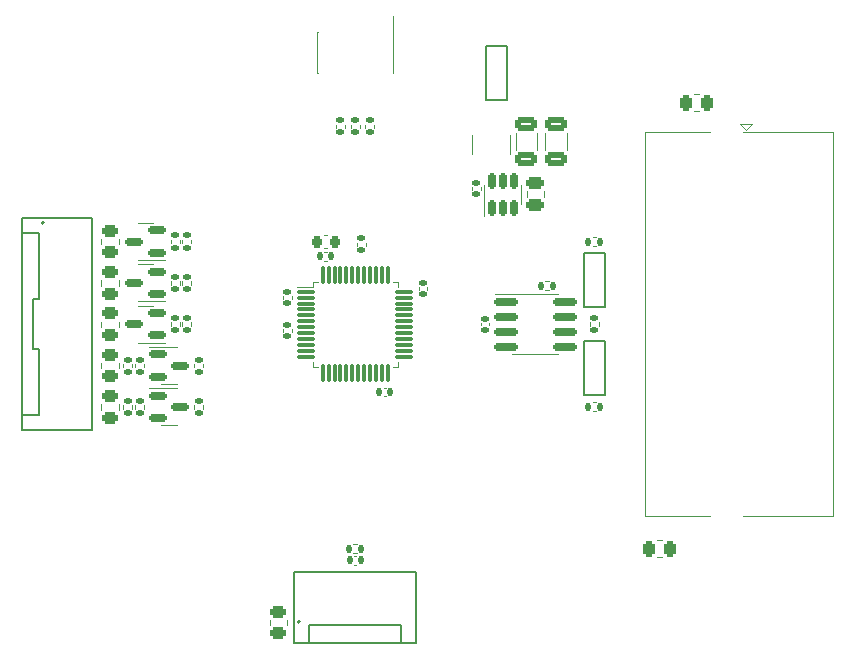
<source format=gbr>
%TF.GenerationSoftware,KiCad,Pcbnew,(6.0.1-0)*%
%TF.CreationDate,2022-12-13T14:32:30+01:00*%
%TF.ProjectId,CAN_Steppermodul,43414e5f-5374-4657-9070-65726d6f6475,rev?*%
%TF.SameCoordinates,Original*%
%TF.FileFunction,Legend,Top*%
%TF.FilePolarity,Positive*%
%FSLAX46Y46*%
G04 Gerber Fmt 4.6, Leading zero omitted, Abs format (unit mm)*
G04 Created by KiCad (PCBNEW (6.0.1-0)) date 2022-12-13 14:32:30*
%MOMM*%
%LPD*%
G01*
G04 APERTURE LIST*
G04 Aperture macros list*
%AMRoundRect*
0 Rectangle with rounded corners*
0 $1 Rounding radius*
0 $2 $3 $4 $5 $6 $7 $8 $9 X,Y pos of 4 corners*
0 Add a 4 corners polygon primitive as box body*
4,1,4,$2,$3,$4,$5,$6,$7,$8,$9,$2,$3,0*
0 Add four circle primitives for the rounded corners*
1,1,$1+$1,$2,$3*
1,1,$1+$1,$4,$5*
1,1,$1+$1,$6,$7*
1,1,$1+$1,$8,$9*
0 Add four rect primitives between the rounded corners*
20,1,$1+$1,$2,$3,$4,$5,0*
20,1,$1+$1,$4,$5,$6,$7,0*
20,1,$1+$1,$6,$7,$8,$9,0*
20,1,$1+$1,$8,$9,$2,$3,0*%
G04 Aperture macros list end*
%ADD10C,0.120000*%
%ADD11C,0.150000*%
%ADD12C,0.200000*%
%ADD13C,8.600000*%
%ADD14C,0.900000*%
%ADD15RoundRect,0.225000X-0.225000X-0.250000X0.225000X-0.250000X0.225000X0.250000X-0.225000X0.250000X0*%
%ADD16RoundRect,0.150000X-0.825000X-0.150000X0.825000X-0.150000X0.825000X0.150000X-0.825000X0.150000X0*%
%ADD17RoundRect,0.150000X0.150000X-0.512500X0.150000X0.512500X-0.150000X0.512500X-0.150000X-0.512500X0*%
%ADD18RoundRect,0.075000X-0.662500X-0.075000X0.662500X-0.075000X0.662500X0.075000X-0.662500X0.075000X0*%
%ADD19RoundRect,0.075000X-0.075000X-0.662500X0.075000X-0.662500X0.075000X0.662500X-0.075000X0.662500X0*%
%ADD20C,1.400000*%
%ADD21RoundRect,0.250000X0.262500X0.450000X-0.262500X0.450000X-0.262500X-0.450000X0.262500X-0.450000X0*%
%ADD22RoundRect,0.250000X-0.262500X-0.450000X0.262500X-0.450000X0.262500X0.450000X-0.262500X0.450000X0*%
%ADD23RoundRect,0.135000X0.185000X-0.135000X0.185000X0.135000X-0.185000X0.135000X-0.185000X-0.135000X0*%
%ADD24RoundRect,0.135000X-0.135000X-0.185000X0.135000X-0.185000X0.135000X0.185000X-0.135000X0.185000X0*%
%ADD25RoundRect,0.250000X0.450000X-0.262500X0.450000X0.262500X-0.450000X0.262500X-0.450000X-0.262500X0*%
%ADD26RoundRect,0.250000X-0.450000X0.262500X-0.450000X-0.262500X0.450000X-0.262500X0.450000X0.262500X0*%
%ADD27RoundRect,0.135000X-0.185000X0.135000X-0.185000X-0.135000X0.185000X-0.135000X0.185000X0.135000X0*%
%ADD28RoundRect,0.150000X-0.587500X-0.150000X0.587500X-0.150000X0.587500X0.150000X-0.587500X0.150000X0*%
%ADD29RoundRect,0.150000X0.587500X0.150000X-0.587500X0.150000X-0.587500X-0.150000X0.587500X-0.150000X0*%
%ADD30R,2.750000X1.000000*%
%ADD31C,2.300000*%
%ADD32C,1.500000*%
%ADD33R,1.500000X1.500000*%
%ADD34C,3.250000*%
%ADD35C,1.711200*%
%ADD36R,0.740000X2.400000*%
%ADD37RoundRect,0.140000X0.170000X-0.140000X0.170000X0.140000X-0.170000X0.140000X-0.170000X-0.140000X0*%
%ADD38RoundRect,0.140000X0.140000X0.170000X-0.140000X0.170000X-0.140000X-0.170000X0.140000X-0.170000X0*%
%ADD39RoundRect,0.250000X-0.650000X0.325000X-0.650000X-0.325000X0.650000X-0.325000X0.650000X0.325000X0*%
%ADD40RoundRect,0.140000X-0.170000X0.140000X-0.170000X-0.140000X0.170000X-0.140000X0.170000X0.140000X0*%
%ADD41RoundRect,0.250000X0.475000X-0.250000X0.475000X0.250000X-0.475000X0.250000X-0.475000X-0.250000X0*%
%ADD42RoundRect,0.140000X-0.140000X-0.170000X0.140000X-0.170000X0.140000X0.170000X-0.140000X0.170000X0*%
G04 APERTURE END LIST*
D10*
%TO.C,C1*%
X139864420Y-92510000D02*
X140145580Y-92510000D01*
X139864420Y-91490000D02*
X140145580Y-91490000D01*
%TO.C,U3*%
X157750000Y-96440000D02*
X159700000Y-96440000D01*
X157750000Y-101560000D02*
X159700000Y-101560000D01*
X157750000Y-96440000D02*
X154300000Y-96440000D01*
X157750000Y-101560000D02*
X155800000Y-101560000D01*
%TO.C,U2*%
X153440000Y-88000000D02*
X153440000Y-87200000D01*
X156560000Y-88000000D02*
X156560000Y-87200000D01*
X156560000Y-88000000D02*
X156560000Y-88800000D01*
X153440000Y-88000000D02*
X153440000Y-89800000D01*
%TO.C,U1*%
X145660000Y-95390000D02*
X146110000Y-95390000D01*
X138890000Y-102610000D02*
X138890000Y-102160000D01*
X138890000Y-95390000D02*
X138890000Y-95840000D01*
X145660000Y-102610000D02*
X146110000Y-102610000D01*
X146110000Y-102610000D02*
X146110000Y-102160000D01*
X139340000Y-95390000D02*
X138890000Y-95390000D01*
X139340000Y-102610000D02*
X138890000Y-102610000D01*
X138890000Y-95840000D02*
X137600000Y-95840000D01*
X146110000Y-95390000D02*
X146110000Y-95840000D01*
D11*
%TO.C,TP3*%
X161850000Y-105030000D02*
X161850000Y-100450000D01*
X163650000Y-105030000D02*
X161850000Y-105030000D01*
X161850000Y-100450000D02*
X163650000Y-100450000D01*
X163650000Y-100450000D02*
X163650000Y-105030000D01*
%TO.C,TP2*%
X163650000Y-92970000D02*
X163650000Y-97550000D01*
X161850000Y-92970000D02*
X163650000Y-92970000D01*
X163650000Y-97550000D02*
X161850000Y-97550000D01*
X161850000Y-97550000D02*
X161850000Y-92970000D01*
%TO.C,TP1*%
X155360000Y-75430000D02*
X155360000Y-80010000D01*
X153560000Y-75430000D02*
X155360000Y-75430000D01*
X155360000Y-80010000D02*
X153560000Y-80010000D01*
X153560000Y-80010000D02*
X153560000Y-75430000D01*
D10*
%TO.C,R29*%
X168477064Y-118735000D02*
X168022936Y-118735000D01*
X168477064Y-117265000D02*
X168022936Y-117265000D01*
%TO.C,R28*%
X171185436Y-79515000D02*
X171639564Y-79515000D01*
X171185436Y-80985000D02*
X171639564Y-80985000D01*
%TO.C,R27*%
X162370000Y-99153641D02*
X162370000Y-98846359D01*
X163130000Y-99153641D02*
X163130000Y-98846359D01*
%TO.C,R26*%
X162596359Y-105620000D02*
X162903641Y-105620000D01*
X162596359Y-106380000D02*
X162903641Y-106380000D01*
%TO.C,R25*%
X162596359Y-92380000D02*
X162903641Y-92380000D01*
X162596359Y-91620000D02*
X162903641Y-91620000D01*
%TO.C,R24*%
X158606359Y-95370000D02*
X158913641Y-95370000D01*
X158606359Y-96130000D02*
X158913641Y-96130000D01*
%TO.C,R23*%
X135265000Y-124477064D02*
X135265000Y-124022936D01*
X136735000Y-124477064D02*
X136735000Y-124022936D01*
%TO.C,R22*%
X122485000Y-105772936D02*
X122485000Y-106227064D01*
X121015000Y-105772936D02*
X121015000Y-106227064D01*
%TO.C,R21*%
X122485000Y-102272936D02*
X122485000Y-102727064D01*
X121015000Y-102272936D02*
X121015000Y-102727064D01*
%TO.C,R20*%
X142346359Y-117620000D02*
X142653641Y-117620000D01*
X142346359Y-118380000D02*
X142653641Y-118380000D01*
%TO.C,R19*%
X123630000Y-105846359D02*
X123630000Y-106153641D01*
X122870000Y-105846359D02*
X122870000Y-106153641D01*
%TO.C,R18*%
X123630000Y-102346359D02*
X123630000Y-102653641D01*
X122870000Y-102346359D02*
X122870000Y-102653641D01*
%TO.C,R17*%
X124630000Y-105846359D02*
X124630000Y-106153641D01*
X123870000Y-105846359D02*
X123870000Y-106153641D01*
%TO.C,R16*%
X124630000Y-102346359D02*
X124630000Y-102653641D01*
X123870000Y-102346359D02*
X123870000Y-102653641D01*
%TO.C,R15*%
X128870000Y-106153641D02*
X128870000Y-105846359D01*
X129630000Y-106153641D02*
X129630000Y-105846359D01*
%TO.C,R14*%
X128870000Y-102653641D02*
X128870000Y-102346359D01*
X129630000Y-102653641D02*
X129630000Y-102346359D01*
%TO.C,R13*%
X121015000Y-99227064D02*
X121015000Y-98772936D01*
X122485000Y-99227064D02*
X122485000Y-98772936D01*
%TO.C,R12*%
X121015000Y-95727064D02*
X121015000Y-95272936D01*
X122485000Y-95727064D02*
X122485000Y-95272936D01*
%TO.C,R11*%
X121015000Y-92227064D02*
X121015000Y-91772936D01*
X122485000Y-92227064D02*
X122485000Y-91772936D01*
%TO.C,R10*%
X126870000Y-99153641D02*
X126870000Y-98846359D01*
X127630000Y-99153641D02*
X127630000Y-98846359D01*
%TO.C,R9*%
X126870000Y-95653641D02*
X126870000Y-95346359D01*
X127630000Y-95653641D02*
X127630000Y-95346359D01*
%TO.C,R8*%
X126870000Y-92153641D02*
X126870000Y-91846359D01*
X127630000Y-92153641D02*
X127630000Y-91846359D01*
%TO.C,R7*%
X128630000Y-98846359D02*
X128630000Y-99153641D01*
X127870000Y-98846359D02*
X127870000Y-99153641D01*
%TO.C,R6*%
X128630000Y-95346359D02*
X128630000Y-95653641D01*
X127870000Y-95346359D02*
X127870000Y-95653641D01*
%TO.C,R5*%
X128630000Y-91846359D02*
X128630000Y-92153641D01*
X127870000Y-91846359D02*
X127870000Y-92153641D01*
%TO.C,R4*%
X142880000Y-82096359D02*
X142880000Y-82403641D01*
X142120000Y-82096359D02*
X142120000Y-82403641D01*
%TO.C,R3*%
X141630000Y-82096359D02*
X141630000Y-82403641D01*
X140870000Y-82096359D02*
X140870000Y-82403641D01*
%TO.C,R2*%
X144130000Y-82096359D02*
X144130000Y-82403641D01*
X143370000Y-82096359D02*
X143370000Y-82403641D01*
%TO.C,R1*%
X142620000Y-92403641D02*
X142620000Y-92096359D01*
X143380000Y-92403641D02*
X143380000Y-92096359D01*
%TO.C,Q5*%
X126750000Y-104440000D02*
X127400000Y-104440000D01*
X126750000Y-107560000D02*
X127400000Y-107560000D01*
X126750000Y-104440000D02*
X125075000Y-104440000D01*
X126750000Y-107560000D02*
X126100000Y-107560000D01*
%TO.C,Q4*%
X126750000Y-100940000D02*
X127400000Y-100940000D01*
X126750000Y-104060000D02*
X127400000Y-104060000D01*
X126750000Y-100940000D02*
X125075000Y-100940000D01*
X126750000Y-104060000D02*
X126100000Y-104060000D01*
%TO.C,Q3*%
X124750000Y-100560000D02*
X124100000Y-100560000D01*
X124750000Y-97440000D02*
X124100000Y-97440000D01*
X124750000Y-100560000D02*
X126425000Y-100560000D01*
X124750000Y-97440000D02*
X125400000Y-97440000D01*
%TO.C,Q2*%
X124750000Y-97060000D02*
X124100000Y-97060000D01*
X124750000Y-93940000D02*
X124100000Y-93940000D01*
X124750000Y-97060000D02*
X126425000Y-97060000D01*
X124750000Y-93940000D02*
X125400000Y-93940000D01*
%TO.C,Q1*%
X124750000Y-93560000D02*
X124100000Y-93560000D01*
X124750000Y-90440000D02*
X124100000Y-90440000D01*
X124750000Y-93560000D02*
X126425000Y-93560000D01*
X124750000Y-90440000D02*
X125400000Y-90440000D01*
%TO.C,L1*%
X152400000Y-84550000D02*
X152400000Y-82950000D01*
X155600000Y-84550000D02*
X155600000Y-82950000D01*
%TO.C,J4*%
X176075000Y-82070000D02*
X175575000Y-82570000D01*
X182985000Y-82765000D02*
X175375000Y-82765000D01*
X175075000Y-82070000D02*
X176075000Y-82070000D01*
X182985000Y-115245000D02*
X175375000Y-115245000D01*
X175575000Y-82570000D02*
X175075000Y-82070000D01*
X167060000Y-115245000D02*
X172575000Y-115245000D01*
X167015000Y-82765000D02*
X172575000Y-82765000D01*
X167015000Y-82765000D02*
X167015000Y-115245000D01*
X182985000Y-82765000D02*
X182985000Y-115245000D01*
D12*
%TO.C,J3*%
X137820000Y-124200000D02*
G75*
G03*
X137820000Y-124200000I-100000J0D01*
G01*
X138590000Y-124500000D02*
X138590000Y-126000000D01*
X146410000Y-124500000D02*
X138590000Y-124500000D01*
X146410000Y-126000000D02*
X146410000Y-124500000D01*
X147680000Y-120000000D02*
X147680000Y-126000000D01*
X137320000Y-120000000D02*
X147680000Y-120000000D01*
X137320000Y-126000000D02*
X137320000Y-120000000D01*
X138590000Y-126000000D02*
X137320000Y-126000000D01*
X146410000Y-126000000D02*
X138590000Y-126000000D01*
X147680000Y-126000000D02*
X146410000Y-126000000D01*
%TO.C,J2*%
X116150000Y-90410000D02*
G75*
G03*
X116150000Y-90410000I-100000J0D01*
G01*
X115250000Y-101120000D02*
X115250000Y-96880000D01*
X115250000Y-96880000D02*
X115750000Y-96880000D01*
X115750000Y-91280000D02*
X114250000Y-91280000D01*
X115750000Y-96880000D02*
X115750000Y-91280000D01*
X115750000Y-101120000D02*
X115750000Y-106720000D01*
X115250000Y-101120000D02*
X115750000Y-101120000D01*
X114250000Y-106720000D02*
X115750000Y-106720000D01*
X120250000Y-107990000D02*
X114250000Y-107990000D01*
X120250000Y-90010000D02*
X120250000Y-107990000D01*
X114250000Y-90010000D02*
X120250000Y-90010000D01*
X114250000Y-91280000D02*
X114250000Y-90010000D01*
X114250000Y-106720000D02*
X114250000Y-91280000D01*
X114250000Y-107990000D02*
X114250000Y-106720000D01*
D10*
%TO.C,J1*%
X145735000Y-74235000D02*
X145670000Y-74235000D01*
X145670000Y-72910000D02*
X145670000Y-74235000D01*
X139330000Y-77765000D02*
X139265000Y-77765000D01*
X145735000Y-77765000D02*
X145670000Y-77765000D01*
X145735000Y-74235000D02*
X145735000Y-77765000D01*
X139265000Y-74235000D02*
X139265000Y-77765000D01*
X139330000Y-74235000D02*
X139265000Y-74235000D01*
%TO.C,C12*%
X153860000Y-99107836D02*
X153860000Y-98892164D01*
X153140000Y-99107836D02*
X153140000Y-98892164D01*
%TO.C,C11*%
X142607836Y-118640000D02*
X142392164Y-118640000D01*
X142607836Y-119360000D02*
X142392164Y-119360000D01*
%TO.C,C10*%
X160410000Y-82788748D02*
X160410000Y-84211252D01*
X158590000Y-82788748D02*
X158590000Y-84211252D01*
%TO.C,C9*%
X157910000Y-82788748D02*
X157910000Y-84211252D01*
X156090000Y-82788748D02*
X156090000Y-84211252D01*
%TO.C,C8*%
X153110000Y-87627836D02*
X153110000Y-87412164D01*
X152390000Y-87627836D02*
X152390000Y-87412164D01*
%TO.C,C7*%
X136395000Y-96622164D02*
X136395000Y-96837836D01*
X137115000Y-96622164D02*
X137115000Y-96837836D01*
%TO.C,C6*%
X137115000Y-99627836D02*
X137115000Y-99412164D01*
X136395000Y-99627836D02*
X136395000Y-99412164D01*
%TO.C,C5*%
X145112836Y-104390000D02*
X144897164Y-104390000D01*
X145112836Y-105110000D02*
X144897164Y-105110000D01*
%TO.C,C4*%
X147895000Y-95892164D02*
X147895000Y-96107836D01*
X148615000Y-95892164D02*
X148615000Y-96107836D01*
%TO.C,C3*%
X158485000Y-88261252D02*
X158485000Y-87738748D01*
X157015000Y-88261252D02*
X157015000Y-87738748D01*
%TO.C,C2*%
X139897164Y-93610000D02*
X140112836Y-93610000D01*
X139897164Y-92890000D02*
X140112836Y-92890000D01*
%TD*%
%LPC*%
D13*
%TO.C,H4*%
X178000000Y-76000000D03*
D14*
X178000000Y-79225000D03*
X175719581Y-78280419D03*
X180280419Y-73719581D03*
X180280419Y-78280419D03*
X174775000Y-76000000D03*
X175719581Y-73719581D03*
X178000000Y-72775000D03*
X181225000Y-76000000D03*
%TD*%
D13*
%TO.C,H3*%
X118000000Y-76000000D03*
D14*
X118000000Y-79225000D03*
X115719581Y-78280419D03*
X120280419Y-73719581D03*
X120280419Y-78280419D03*
X114775000Y-76000000D03*
X115719581Y-73719581D03*
X118000000Y-72775000D03*
X121225000Y-76000000D03*
%TD*%
D13*
%TO.C,H2*%
X118000000Y-122000000D03*
D14*
X118000000Y-125225000D03*
X115719581Y-124280419D03*
X120280419Y-119719581D03*
X120280419Y-124280419D03*
X114775000Y-122000000D03*
X115719581Y-119719581D03*
X118000000Y-118775000D03*
X121225000Y-122000000D03*
%TD*%
D13*
%TO.C,H1*%
X178000000Y-122000000D03*
D14*
X178000000Y-125225000D03*
X175719581Y-124280419D03*
X180280419Y-119719581D03*
X180280419Y-124280419D03*
X174775000Y-122000000D03*
X175719581Y-119719581D03*
X178000000Y-118775000D03*
X181225000Y-122000000D03*
%TD*%
D15*
%TO.C,C1*%
X139230000Y-92000000D03*
X140780000Y-92000000D03*
%TD*%
D16*
%TO.C,U3*%
X155275000Y-97095000D03*
X155275000Y-98365000D03*
X155275000Y-99635000D03*
X155275000Y-100905000D03*
X160225000Y-100905000D03*
X160225000Y-99635000D03*
X160225000Y-98365000D03*
X160225000Y-97095000D03*
%TD*%
D17*
%TO.C,U2*%
X154050000Y-89137500D03*
X155000000Y-89137500D03*
X155950000Y-89137500D03*
X155950000Y-86862500D03*
X155000000Y-86862500D03*
X154050000Y-86862500D03*
%TD*%
D18*
%TO.C,U1*%
X138337500Y-96250000D03*
X138337500Y-96750000D03*
X138337500Y-97250000D03*
X138337500Y-97750000D03*
X138337500Y-98250000D03*
X138337500Y-98750000D03*
X138337500Y-99250000D03*
X138337500Y-99750000D03*
X138337500Y-100250000D03*
X138337500Y-100750000D03*
X138337500Y-101250000D03*
X138337500Y-101750000D03*
D19*
X139750000Y-103162500D03*
X140250000Y-103162500D03*
X140750000Y-103162500D03*
X141250000Y-103162500D03*
X141750000Y-103162500D03*
X142250000Y-103162500D03*
X142750000Y-103162500D03*
X143250000Y-103162500D03*
X143750000Y-103162500D03*
X144250000Y-103162500D03*
X144750000Y-103162500D03*
X145250000Y-103162500D03*
D18*
X146662500Y-101750000D03*
X146662500Y-101250000D03*
X146662500Y-100750000D03*
X146662500Y-100250000D03*
X146662500Y-99750000D03*
X146662500Y-99250000D03*
X146662500Y-98750000D03*
X146662500Y-98250000D03*
X146662500Y-97750000D03*
X146662500Y-97250000D03*
X146662500Y-96750000D03*
X146662500Y-96250000D03*
D19*
X145250000Y-94837500D03*
X144750000Y-94837500D03*
X144250000Y-94837500D03*
X143750000Y-94837500D03*
X143250000Y-94837500D03*
X142750000Y-94837500D03*
X142250000Y-94837500D03*
X141750000Y-94837500D03*
X141250000Y-94837500D03*
X140750000Y-94837500D03*
X140250000Y-94837500D03*
X139750000Y-94837500D03*
%TD*%
D20*
%TO.C,TP3*%
X162750000Y-104000000D03*
X162750000Y-101460000D03*
%TD*%
%TO.C,TP2*%
X162750000Y-94000000D03*
X162750000Y-96540000D03*
%TD*%
%TO.C,TP1*%
X154460000Y-76460000D03*
X154460000Y-79000000D03*
%TD*%
D21*
%TO.C,R29*%
X169162500Y-118000000D03*
X167337500Y-118000000D03*
%TD*%
D22*
%TO.C,R28*%
X170500000Y-80250000D03*
X172325000Y-80250000D03*
%TD*%
D23*
%TO.C,R27*%
X162750000Y-99510000D03*
X162750000Y-98490000D03*
%TD*%
D24*
%TO.C,R26*%
X162240000Y-106000000D03*
X163260000Y-106000000D03*
%TD*%
%TO.C,R25*%
X163260000Y-92000000D03*
X162240000Y-92000000D03*
%TD*%
%TO.C,R24*%
X158250000Y-95750000D03*
X159270000Y-95750000D03*
%TD*%
D25*
%TO.C,R23*%
X136000000Y-125162500D03*
X136000000Y-123337500D03*
%TD*%
D26*
%TO.C,R22*%
X121750000Y-105087500D03*
X121750000Y-106912500D03*
%TD*%
%TO.C,R21*%
X121750000Y-101587500D03*
X121750000Y-103412500D03*
%TD*%
D24*
%TO.C,R20*%
X141990000Y-118000000D03*
X143010000Y-118000000D03*
%TD*%
D27*
%TO.C,R19*%
X123250000Y-105490000D03*
X123250000Y-106510000D03*
%TD*%
%TO.C,R18*%
X123250000Y-101990000D03*
X123250000Y-103010000D03*
%TD*%
%TO.C,R17*%
X124250000Y-105490000D03*
X124250000Y-106510000D03*
%TD*%
%TO.C,R16*%
X124250000Y-101990000D03*
X124250000Y-103010000D03*
%TD*%
D23*
%TO.C,R15*%
X129250000Y-106510000D03*
X129250000Y-105490000D03*
%TD*%
%TO.C,R14*%
X129250000Y-103010000D03*
X129250000Y-101990000D03*
%TD*%
D25*
%TO.C,R13*%
X121750000Y-99912500D03*
X121750000Y-98087500D03*
%TD*%
%TO.C,R12*%
X121750000Y-96412500D03*
X121750000Y-94587500D03*
%TD*%
%TO.C,R11*%
X121750000Y-92912500D03*
X121750000Y-91087500D03*
%TD*%
D23*
%TO.C,R10*%
X127250000Y-99510000D03*
X127250000Y-98490000D03*
%TD*%
%TO.C,R9*%
X127250000Y-96010000D03*
X127250000Y-94990000D03*
%TD*%
%TO.C,R8*%
X127250000Y-92510000D03*
X127250000Y-91490000D03*
%TD*%
D27*
%TO.C,R7*%
X128250000Y-98490000D03*
X128250000Y-99510000D03*
%TD*%
%TO.C,R6*%
X128250000Y-94990000D03*
X128250000Y-96010000D03*
%TD*%
%TO.C,R5*%
X128250000Y-91490000D03*
X128250000Y-92510000D03*
%TD*%
%TO.C,R4*%
X142500000Y-81740000D03*
X142500000Y-82760000D03*
%TD*%
%TO.C,R3*%
X141250000Y-81740000D03*
X141250000Y-82760000D03*
%TD*%
%TO.C,R2*%
X143750000Y-81740000D03*
X143750000Y-82760000D03*
%TD*%
D23*
%TO.C,R1*%
X143000000Y-92760000D03*
X143000000Y-91740000D03*
%TD*%
D28*
%TO.C,Q5*%
X125812500Y-105050000D03*
X125812500Y-106950000D03*
X127687500Y-106000000D03*
%TD*%
%TO.C,Q4*%
X125812500Y-101550000D03*
X125812500Y-103450000D03*
X127687500Y-102500000D03*
%TD*%
D29*
%TO.C,Q3*%
X125687500Y-99950000D03*
X125687500Y-98050000D03*
X123812500Y-99000000D03*
%TD*%
%TO.C,Q2*%
X125687500Y-96450000D03*
X125687500Y-94550000D03*
X123812500Y-95500000D03*
%TD*%
%TO.C,Q1*%
X125687500Y-92950000D03*
X125687500Y-91050000D03*
X123812500Y-92000000D03*
%TD*%
D30*
%TO.C,L1*%
X154000000Y-84900000D03*
X154000000Y-82600000D03*
%TD*%
D31*
%TO.C,J4*%
X173985000Y-83000000D03*
X173985000Y-115000000D03*
D32*
X168275000Y-113740000D03*
X168275000Y-111450000D03*
X168275000Y-102310000D03*
X168275000Y-100020000D03*
X173095000Y-110432000D03*
X174875000Y-109416000D03*
X173095000Y-108400000D03*
X174875000Y-107384000D03*
X173095000Y-106368000D03*
X174875000Y-105352000D03*
X173095000Y-104336000D03*
X174875000Y-103320000D03*
X168275000Y-97990000D03*
X168275000Y-95700000D03*
X168275000Y-86560000D03*
X168275000Y-84270000D03*
X173095000Y-94682000D03*
X174875000Y-93666000D03*
X173095000Y-92650000D03*
X174875000Y-91634000D03*
X173095000Y-90618000D03*
X174875000Y-89602000D03*
X173095000Y-88586000D03*
D33*
X174875000Y-87570000D03*
D34*
X177415000Y-113230000D03*
X177415000Y-84780000D03*
%TD*%
D35*
%TO.C,J3*%
X146310000Y-123300000D03*
X143770000Y-123300000D03*
X141230000Y-123300000D03*
X138690000Y-123300000D03*
%TD*%
%TO.C,J2*%
X116950000Y-106620000D03*
X116950000Y-104080000D03*
X116950000Y-101540000D03*
X116950000Y-99000000D03*
X116950000Y-96460000D03*
X116950000Y-93920000D03*
X116950000Y-91380000D03*
%TD*%
D36*
%TO.C,J1*%
X145040000Y-74050000D03*
X145040000Y-77950000D03*
X143770000Y-74050000D03*
X143770000Y-77950000D03*
X142500000Y-74050000D03*
X142500000Y-77950000D03*
X141230000Y-74050000D03*
X141230000Y-77950000D03*
X139960000Y-74050000D03*
X139960000Y-77950000D03*
%TD*%
D37*
%TO.C,C12*%
X153500000Y-99480000D03*
X153500000Y-98520000D03*
%TD*%
D38*
%TO.C,C11*%
X142980000Y-119000000D03*
X142020000Y-119000000D03*
%TD*%
D39*
%TO.C,C10*%
X159500000Y-82025000D03*
X159500000Y-84975000D03*
%TD*%
%TO.C,C9*%
X157000000Y-82025000D03*
X157000000Y-84975000D03*
%TD*%
D37*
%TO.C,C8*%
X152750000Y-88000000D03*
X152750000Y-87040000D03*
%TD*%
D40*
%TO.C,C7*%
X136755000Y-96250000D03*
X136755000Y-97210000D03*
%TD*%
D37*
%TO.C,C6*%
X136755000Y-100000000D03*
X136755000Y-99040000D03*
%TD*%
D38*
%TO.C,C5*%
X145485000Y-104750000D03*
X144525000Y-104750000D03*
%TD*%
D40*
%TO.C,C4*%
X148255000Y-95520000D03*
X148255000Y-96480000D03*
%TD*%
D41*
%TO.C,C3*%
X157750000Y-88950000D03*
X157750000Y-87050000D03*
%TD*%
D42*
%TO.C,C2*%
X139525000Y-93250000D03*
X140485000Y-93250000D03*
%TD*%
M02*

</source>
